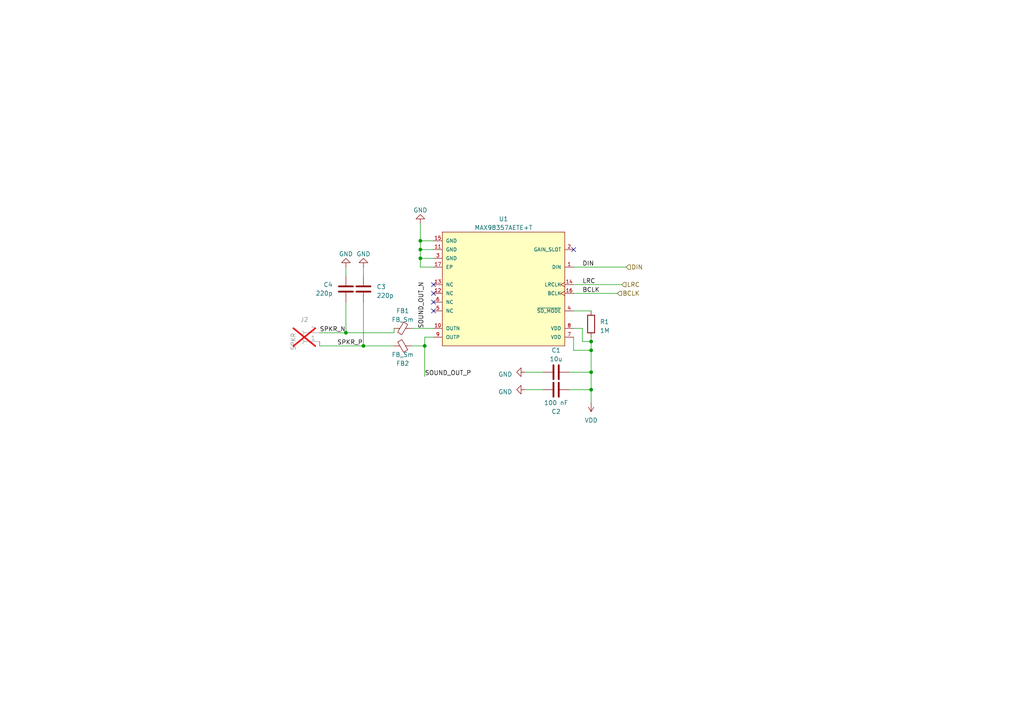
<source format=kicad_sch>
(kicad_sch (version 20230121) (generator eeschema)
  (paper "A4")
  (lib_symbols
    (symbol "Amplifier_Audio:MAX98357AETE+T" (pin_names (offset 1.016))
      (property "Reference" "U" (at 0 5.08 0))
      (property "Value" "MAX98357AETE+T" (at 0 7.62 0))
      (symbol "MAX98357AETE+T_1_1"
        (rectangle (start 5.08 2.54) (end 40.64 -30.48) (fill (type background)))
        (pin input line (at 2.54 -20.32 0) (length 2.54) (name "DIN") (number "1"))
        (pin passive line (at 43.18 -2.54 180) (length 2.54) (name "OUTN") (number "10"))
        (pin power_in line (at 43.18 -25.4 180) (length 2.54) (name "GND") (number "11"))
        (pin passive line (at 43.18 -12.7 180) (length 2.54) (name "NC") (number "12"))
        (pin passive line (at 43.18 -15.24 180) (length 2.54) (name "NC") (number "13"))
        (pin input clock (at 2.54 -15.24 0) (length 2.54) (name "LRCLK") (number "14"))
        (pin power_in line (at 43.18 -27.94 180) (length 2.54) (name "GND") (number "15"))
        (pin input clock (at 2.54 -12.7 0) (length 2.54) (name "BCLK") (number "16"))
        (pin passive line (at 43.18 -20.32 180) (length 2.54) (name "EP") (number "17"))
        (pin passive line (at 2.54 -25.4 0) (length 2.54) (name "GAIN_SLOT") (number "2"))
        (pin power_in line (at 43.18 -22.86 180) (length 2.54) (name "GND") (number "3"))
        (pin input line (at 2.54 -7.62 0) (length 2.54) (name "~{SD_MODE}") (number "4"))
        (pin passive line (at 43.18 -7.62 180) (length 2.54) (name "NC") (number "5"))
        (pin passive line (at 43.18 -10.16 180) (length 2.54) (name "NC") (number "6"))
        (pin power_in line (at 2.54 0 0) (length 2.54) (name "VDD") (number "7"))
        (pin power_in line (at 2.54 -2.54 0) (length 2.54) (name "VDD") (number "8"))
        (pin passive line (at 43.18 0 180) (length 2.54) (name "OUTP") (number "9"))
      )
    )
    (symbol "Connector:Conn_01x02_Socket" (pin_names (offset 1.016) hide)
      (property "Reference" "J" (at 0 2.54 0))
      (property "Value" "Conn_01x02_Socket" (at 0 -5.08 0))
      (symbol "Conn_01x02_Socket_1_1"
        (arc (start 0 -2.032) (mid -0.5058 -2.54) (end 0 -3.048) (stroke (width 0.1524)))
        (polyline (pts (xy -1.27 -2.54) (xy -0.508 -2.54)) (stroke (width 0.1524)))
        (polyline (pts (xy -1.27 0) (xy -0.508 0)) (stroke (width 0.1524)))
        (arc (start 0 0.508) (mid -0.5058 0) (end 0 -0.508) (stroke (width 0.1524)))
        (pin passive line (at -5.08 0 0) (length 3.81) (name "Pin_1") (number "1"))
        (pin passive line (at -5.08 -2.54 0) (length 3.81) (name "Pin_2") (number "2"))
      )
    )
    (symbol "Device:C" (pin_numbers hide) (pin_names (offset 0.254))
      (property "Reference" "C" (at 0.635 2.54 0))
      (property "Value" "C" (at 0.635 -2.54 0))
      (symbol "C_0_1"
        (polyline (pts (xy -2.032 -0.762) (xy 2.032 -0.762)) (stroke (width 0.508)))
        (polyline (pts (xy -2.032 0.762) (xy 2.032 0.762)) (stroke (width 0.508)))
      )
      (symbol "C_1_1"
        (pin passive line (at 0 3.81 270) (length 2.794) (name "~") (number "1"))
        (pin passive line (at 0 -3.81 90) (length 2.794) (name "~") (number "2"))
      )
    )
    (symbol "Device:FerriteBead_Small" (pin_numbers hide) (pin_names (offset 0))
      (property "Reference" "FB" (at 1.905 1.27 0))
      (property "Value" "FerriteBead_Small" (at 1.905 -1.27 0))
      (symbol "FerriteBead_Small_0_1"
        (polyline (pts (xy 0 -1.27) (xy 0 -0.7874)))
        (polyline (pts (xy 0 0.889) (xy 0 1.2954)))
        (polyline (pts (xy -1.8288 0.2794) (xy -1.1176 1.4986) (xy 1.8288 -0.2032) (xy 1.1176 -1.4224) (xy -1.8288 0.2794)))
      )
      (symbol "FerriteBead_Small_1_1"
        (pin passive line (at 0 2.54 270) (length 1.27) (name "~") (number "1"))
        (pin passive line (at 0 -2.54 90) (length 1.27) (name "~") (number "2"))
      )
    )
    (symbol "Device:R" (pin_numbers hide) (pin_names (offset 0))
      (property "Reference" "R" (at 2.032 0 90))
      (property "Value" "R" (at 0 0 90))
      (symbol "R_0_1"
        (rectangle (start -1.016 -2.54) (end 1.016 2.54) (stroke (width 0.254)))
      )
      (symbol "R_1_1"
        (pin passive line (at 0 3.81 270) (length 1.27) (name "~") (number "1"))
        (pin passive line (at 0 -3.81 90) (length 1.27) (name "~") (number "2"))
      )
    )
    (symbol "PCM_4ms_Power-symbol:GND" (power) (pin_names (offset 0))
      (property "Value" "GND" (at 0 -3.81 0))
      (symbol "GND_0_1"
        (polyline (pts (xy 0 0) (xy 0 -1.27) (xy 1.27 -1.27) (xy 0 -2.54) (xy -1.27 -1.27) (xy 0 -1.27)))
      )
      (symbol "GND_1_1"
        (pin power_in line (at 0 0 270) (length 0) hide (name "GND") (number "1"))
      )
    )
    (symbol "power:VDD" (power) (pin_names (offset 0))
      (property "Value" "VDD" (at 0 3.81 0))
      (symbol "VDD_0_1"
        (polyline (pts (xy -0.762 1.27) (xy 0 2.54)))
        (polyline (pts (xy 0 0) (xy 0 2.54)))
        (polyline (pts (xy 0 2.54) (xy 0.762 1.27)))
      )
      (symbol "VDD_1_1"
        (pin power_in line (at 0 0 90) (length 0) hide (name "VDD") (number "1"))
      )
    )
  )
  (junction (at 121.92 74.93))
  (junction (at 105.41 100.33))
  (junction (at 171.45 101.6))
  (junction (at 123.19 100.33))
  (junction (at 121.92 72.39))
  (junction (at 100.33 96.52))
  (junction (at 121.92 69.85))
  (junction (at 171.45 99.06))
  (junction (at 171.45 113.03))
  (junction (at 171.45 107.95))
  (no_connect (at 125.73 82.55))
  (no_connect (at 125.73 87.63))
  (no_connect (at 125.73 85.09))
  (no_connect (at 166.37 72.39))
  (no_connect (at 125.73 90.17))
  (wire (pts (xy 114.3 96.52) (xy 114.3 95.25)))
  (wire (pts (xy 168.91 95.25) (xy 168.91 99.06)))
  (wire (pts (xy 125.73 97.79) (xy 123.19 97.79)))
  (wire (pts (xy 121.92 77.47) (xy 121.92 74.93)))
  (wire (pts (xy 171.45 97.79) (xy 171.45 99.06)))
  (wire (pts (xy 166.37 85.09) (xy 179.07 85.09)))
  (wire (pts (xy 171.45 101.6) (xy 171.45 107.95)))
  (wire (pts (xy 171.45 113.03) (xy 165.1 113.03)))
  (wire (pts (xy 125.73 74.93) (xy 121.92 74.93)))
  (wire (pts (xy 92.71 100.33) (xy 92.71 99.06)))
  (wire (pts (xy 100.33 77.47) (xy 100.33 80.01)))
  (wire (pts (xy 125.73 72.39) (xy 121.92 72.39)))
  (wire (pts (xy 166.37 97.79) (xy 166.37 101.6)))
  (wire (pts (xy 105.41 87.63) (xy 105.41 100.33)))
  (wire (pts (xy 123.19 97.79) (xy 123.19 100.33)))
  (wire (pts (xy 123.19 100.33) (xy 119.38 100.33)))
  (wire (pts (xy 165.1 107.95) (xy 171.45 107.95)))
  (wire (pts (xy 168.91 99.06) (xy 171.45 99.06)))
  (wire (pts (xy 171.45 99.06) (xy 171.45 101.6)))
  (wire (pts (xy 166.37 90.17) (xy 171.45 90.17)))
  (wire (pts (xy 152.4 113.03) (xy 157.48 113.03)))
  (wire (pts (xy 121.92 69.85) (xy 125.73 69.85)))
  (wire (pts (xy 92.71 96.52) (xy 100.33 96.52)))
  (wire (pts (xy 121.92 74.93) (xy 121.92 72.39)))
  (wire (pts (xy 123.19 100.33) (xy 123.19 109.22)))
  (wire (pts (xy 119.38 95.25) (xy 125.73 95.25)))
  (wire (pts (xy 105.41 77.47) (xy 105.41 80.01)))
  (wire (pts (xy 92.71 100.33) (xy 105.41 100.33)))
  (wire (pts (xy 121.92 64.77) (xy 121.92 69.85)))
  (wire (pts (xy 114.3 100.33) (xy 105.41 100.33)))
  (wire (pts (xy 125.73 77.47) (xy 121.92 77.47)))
  (wire (pts (xy 100.33 87.63) (xy 100.33 96.52)))
  (wire (pts (xy 171.45 116.84) (xy 171.45 113.03)))
  (wire (pts (xy 166.37 101.6) (xy 171.45 101.6)))
  (wire (pts (xy 121.92 72.39) (xy 121.92 69.85)))
  (wire (pts (xy 100.33 96.52) (xy 114.3 96.52)))
  (wire (pts (xy 166.37 82.55) (xy 180.34 82.55)))
  (wire (pts (xy 171.45 107.95) (xy 171.45 113.03)))
  (wire (pts (xy 152.4 107.95) (xy 157.48 107.95)))
  (wire (pts (xy 166.37 95.25) (xy 168.91 95.25)))
  (wire (pts (xy 166.37 77.47) (xy 181.61 77.47)))
  (label "SOUND_OUT_P" (at 123.19 109.22 0))
  (label "SOUND_OUT_N" (at 123.19 95.25 90))
  (label "SPKR_N" (at 92.71 96.52 0))
  (label "SPKR_P" (at 97.79 100.33 0))
  (label "LRC" (at 168.91 82.55 0))
  (label "BCLK" (at 168.91 85.09 0))
  (label "DIN" (at 168.91 77.47 0))
  (hierarchical_label "BCLK" (shape input) (at 179.07 85.09 0))
  (hierarchical_label "DIN" (shape input) (at 181.61 77.47 0))
  (hierarchical_label "LRC" (shape input) (at 180.34 82.55 0))
  (symbol (lib_id "Device:C") (at 161.29 113.03 270) (unit 1)
    (property "Reference" "C2" (at 161.29 119.38 90))
    (property "Value" "100 nF" (at 161.29 116.84 90))
    (property "Footprint" "Capacitor_SMD:C_0402_1005Metric" (effects hide))
    (property "Datasheet" "https://www.mouser.com/datasheet/2/212/KEM_C1002_X7R_SMD-1102033.pdf" (effects hide))
    (property "JLCPCB Part #" "C2167115" (effects hide))
    (property "Manufacturer" "KEMET" (effects hide))
    (property "Manufacturer_Part_Number" "C0402C104K9RACTU" (effects hide))
    (property "Mouser Part Number" "80-C0402C104K9R" (effects hide))
    (property "digikey part number" "399-C0402C104K9RAC7867TR-ND" (effects hide))
    (property "package" "0402" (effects hide))
    (property "MPN" "C0402C104K9RACTU" (effects hide))
    (instances (project "system-board" (path "" (reference "C2") (unit 1)) (path "" (reference "C8") (unit 1))))
  )
  (symbol (lib_id "Device:C") (at 105.41 83.82 0) (unit 1)
    (property "Reference" "C3" (at 109.22 83.185 0) (effects (justify left)))
    (property "Value" "220p" (at 109.22 85.725 0) (effects (justify left)))
    (property "Footprint" "Capacitor_SMD:C_0402_1005Metric" (effects hide))
    (property "Datasheet" "https://www.mouser.com/datasheet/2/445/1/885012207056-3101547.pdf" (effects hide))
    (property "JLCPCB Part #" "C2180680" (effects hide))
    (property "Manufacturer" "Wurth Elektronik " (effects hide))
    (property "Manufacturer_Part_Number" "885012207056 " (effects hide))
    (property "Mouser Part Number" "710-885012207056 " (effects hide))
    (property "digikey part number" "732-8048-2-ND" (effects hide))
    (property "package" "0805" (effects hide))
    (property "MPN" "885012207056 " (effects hide))
    (instances (project "system-board" (path "" (reference "C3") (unit 1)) (path "" (reference "C6") (unit 1))))
  )
  (symbol (lib_id "PCM_4ms_Power-symbol:GND") (at 121.92 64.77 180) (unit 1)
    (property "Reference" "#PWR017" (effects hide))
    (property "Value" "GND" (at 121.92 60.96 0))
    (instances (project "system-board" (path "" (reference "#PWR017") (unit 1)) (path "" (reference "#PWR024") (unit 1))))
  )
  (symbol (lib_id "PCM_4ms_Power-symbol:GND") (at 105.41 77.47 180) (unit 1)
    (property "Reference" "#PWR06" (effects hide))
    (property "Value" "GND" (at 105.41 73.66 0))
    (instances (project "system-board" (path "" (reference "#PWR06") (unit 1)) (path "" (reference "#PWR026") (unit 1))))
  )
  (symbol (lib_id "power:VDD") (at 171.45 116.84 180) (unit 1)
    (property "Reference" "#PWR029" (effects hide))
    (property "Value" "VDD" (at 171.45 121.92 0))
  )
  (symbol (lib_id "Device:FerriteBead_Small") (at 116.84 95.25 90) (unit 1)
    (property "Reference" "FB1" (at 116.8019 90.17 90))
    (property "Value" "FB_Sm" (at 116.8019 92.71 90))
    (property "Footprint" "Capacitor_SMD:C_0603_1608Metric" (effects hide))
    (property "Datasheet" "https://www.mouser.com/datasheet/2/54/mh-777565.pdf" (effects hide))
    (property "JLCPCB Part #" "C2661637" (effects hide))
    (property "Manufacturer" "Bourns" (effects hide))
    (property "Manufacturer_Part_Number" "MH1608-471Y" (effects hide))
    (property "Mouser Part Number" "652-MH1608-471Y" (effects hide))
    (property "digikey part number" "MH1608-471YTR-ND" (effects hide))
    (property "package" "0603" (effects hide))
    (property "MPN" "MH1608-471Y" (effects hide))
  )
  (symbol (lib_id "Amplifier_Audio:MAX98357AETE+T") (at 168.91 97.79 180) (unit 1)
    (property "Reference" "U1" (at 146.05 63.5 0))
    (property "Value" "MAX98357AETE+T" (at 146.05 66.04 0))
    (property "Footprint" "Imports:Maxim_Integrated-T1633-4-0-V-IPC_C" (effects hide))
    (property "Datasheet" "https://datasheets.maximintegrated.com/en/ds/MAX98357A-MAX98357B.pdf" (effects hide))
    (property "digikey part number" "MAX98357AETE+TCT-ND" (effects hide))
    (property "footprint url" "https://pdfserv.maximintegrated.com/land_patterns/90-0031.PDF" (effects hide))
    (property "package" "TQFN16" (effects hide))
    (property "JLCPCB Part #" "C910544" (effects hide))
    (property "Manufacturer" "Maxim Integrated" (effects hide))
    (property "Manufacturer_Part_Number" "MAX98357AETE+T " (effects hide))
    (property "Mouser Part Number" "700-MAX98357AETE+T" (effects hide))
    (property "MPN" "MAX98357AETE+T " (effects hide))
    (instances (project "system-board" (path "" (reference "U1") (unit 1)) (path "" (reference "U2") (unit 1))))
  )
  (symbol (lib_id "PCM_4ms_Power-symbol:GND") (at 152.4 113.03 270) (unit 1)
    (property "Reference" "#PWR016" (effects hide))
    (property "Value" "GND" (at 148.59 113.665 90) (effects (justify right)))
    (instances (project "system-board" (path "" (reference "#PWR016") (unit 1)) (path "" (reference "#PWR028") (unit 1))))
  )
  (symbol (lib_id "Connector:Conn_01x02_Socket") (at 87.63 99.06 180) (unit 1) (in_bom no) (dnp yes)
    (property "Reference" "J2" (at 88.265 92.71 0))
    (property "Value" "SPKR" (at 85.09 99.06 90))
    (property "Footprint" "Connector_PinSocket_2.00mm:PinSocket_1x02_P2.00mm_Vertical" (effects hide))
    (instances (project "system-board" (path "" (reference "J2") (unit 1)) (path "" (reference "J4") (unit 1))))
  )
  (symbol (lib_id "PCM_4ms_Power-symbol:GND") (at 152.4 107.95 270) (unit 1)
    (property "Reference" "#PWR015" (effects hide))
    (property "Value" "GND" (at 148.59 108.585 90) (effects (justify right)))
    (instances (project "system-board" (path "" (reference "#PWR015") (unit 1)) (path "" (reference "#PWR027") (unit 1))))
  )
  (symbol (lib_id "Device:C") (at 161.29 107.95 90) (unit 1)
    (property "Reference" "C1" (at 161.29 101.6 90))
    (property "Value" "10u" (at 161.29 104.14 90))
    (property "Footprint" "Capacitor_SMD:C_0402_1005Metric" (effects hide))
    (property "Datasheet" "https://www.mouser.com/datasheet/2/281/1/GRM155R60J106ME05_01A-1983717.pdf" (effects hide))
    (property "JLCPCB Part #" "C723895" (effects hide))
    (property "Manufacturer" "Murata" (effects hide))
    (property "Manufacturer_Part_Number" "GRM155R60J106ME05D" (effects hide))
    (property "Mouser Part Number" "81-GRM155R60J106M05D" (effects hide))
    (property "digikey part number" "490-GRM155R60J106ME05DTR-ND" (effects hide))
    (property "package" "0402" (effects hide))
    (property "MPN" "GRM155R60J106ME05D" (effects hide))
    (instances (project "system-board" (path "" (reference "C1") (unit 1)) (path "" (reference "C7") (unit 1))))
  )
  (symbol (lib_id "Device:R") (at 171.45 93.98 0) (unit 1)
    (property "Reference" "R1" (at 173.99 93.345 0) (effects (justify left)))
    (property "Value" "1M" (at 173.99 95.885 0) (effects (justify left)))
    (property "Footprint" "Resistor_SMD:R_0402_1005Metric" (effects hide))
    (property "Datasheet" "https://www.mouser.com/datasheet/2/418/8/ENG_DS_9_1773463_9_B-1358566.pdf" (effects hide))
    (property "JLCPCB Part #" "C5340389" (effects hide))
    (property "Manufacturer" "TE Connectivity" (effects hide))
    (property "Manufacturer_Part_Number" "CRGP0402F1M0" (effects hide))
    (property "Mouser Part Number" "279-CRGP0402F1M0" (effects hide))
    (property "digikey part number" "A130391TR-ND" (effects hide))
    (property "package" "0402" (effects hide))
    (property "MPN" "CRGP0402F1M0" (effects hide))
    (instances (project "system-board" (path "" (reference "R1") (unit 1)) (path "" (reference "R5") (unit 1))))
  )
  (symbol (lib_id "Device:C") (at 100.33 83.82 0) (mirror y) (unit 1)
    (property "Reference" "C4" (at 96.52 82.55 0) (effects (justify left)))
    (property "Value" "220p" (at 96.52 85.09 0) (effects (justify left)))
    (property "Footprint" "Capacitor_SMD:C_0402_1005Metric" (effects hide))
    (property "Datasheet" "https://www.mouser.com/datasheet/2/445/1/885012207056-3101547.pdf" (effects hide))
    (property "JLCPCB Part #" "C2180680" (effects hide))
    (property "Manufacturer" "Wurth Elektronik " (effects hide))
    (property "Manufacturer_Part_Number" "885012207056 " (effects hide))
    (property "Mouser Part Number" "710-885012207056 " (effects hide))
    (property "digikey part number" "732-8048-2-ND" (effects hide))
    (property "package" "0805" (effects hide))
    (property "MPN" "885012207056 " (effects hide))
    (instances (project "system-board" (path "" (reference "C4") (unit 1)) (path "" (reference "C5") (unit 1))))
  )
  (symbol (lib_id "PCM_4ms_Power-symbol:GND") (at 100.33 77.47 180) (unit 1)
    (property "Reference" "#PWR014" (effects hide))
    (property "Value" "GND" (at 100.33 73.66 0))
    (instances (project "system-board" (path "" (reference "#PWR014") (unit 1)) (path "" (reference "#PWR025") (unit 1))))
  )
  (symbol (lib_id "Device:FerriteBead_Small") (at 116.84 100.33 90) (mirror x) (unit 1)
    (property "Reference" "FB2" (at 116.8019 105.41 90))
    (property "Value" "FB_Sm" (at 116.8019 102.87 90))
    (property "Footprint" "Capacitor_SMD:C_0603_1608Metric" (effects hide))
    (property "Datasheet" "https://www.mouser.com/datasheet/2/54/mh-777565.pdf" (effects hide))
    (property "JLCPCB Part #" "C2661637" (effects hide))
    (property "Manufacturer" "Bourns" (effects hide))
    (property "Manufacturer_Part_Number" "MH1608-471Y" (effects hide))
    (property "Mouser Part Number" "652-MH1608-471Y" (effects hide))
    (property "digikey part number" "MH1608-471YTR-ND" (effects hide))
    (property "package" "0603" (effects hide))
    (property "MPN" "MH1608-471Y" (effects hide))
  )
)
</source>
